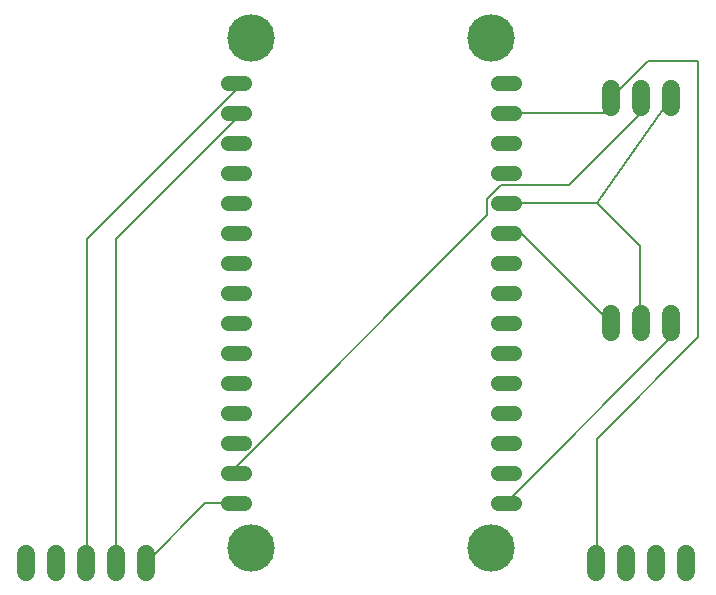
<source format=gbr>
G04 EAGLE Gerber RS-274X export*
G75*
%MOMM*%
%FSLAX34Y34*%
%LPD*%
%INTop Copper*%
%IPPOS*%
%AMOC8*
5,1,8,0,0,1.08239X$1,22.5*%
G01*
%ADD10C,1.524000*%
%ADD11C,1.308000*%
%ADD12C,4.016000*%
%ADD13C,0.152400*%


D10*
X838200Y538480D02*
X838200Y553720D01*
X863600Y553720D02*
X863600Y538480D01*
X889000Y538480D02*
X889000Y553720D01*
X444500Y350520D02*
X444500Y335280D01*
X419100Y335280D02*
X419100Y350520D01*
X393700Y350520D02*
X393700Y335280D01*
X368300Y335280D02*
X368300Y350520D01*
X342900Y350520D02*
X342900Y335280D01*
D11*
X742760Y749300D02*
X755840Y749300D01*
X755840Y723900D02*
X742760Y723900D01*
X742760Y698500D02*
X755840Y698500D01*
X755840Y673100D02*
X742760Y673100D01*
X742760Y647700D02*
X755840Y647700D01*
X755840Y622300D02*
X742760Y622300D01*
X742760Y596900D02*
X755840Y596900D01*
X755840Y571500D02*
X742760Y571500D01*
X742760Y546100D02*
X755840Y546100D01*
X755840Y520700D02*
X742760Y520700D01*
X742760Y495300D02*
X755840Y495300D01*
X755840Y469900D02*
X742760Y469900D01*
X742760Y444500D02*
X755840Y444500D01*
X755840Y419100D02*
X742760Y419100D01*
X742760Y393700D02*
X755840Y393700D01*
X527240Y749300D02*
X514160Y749300D01*
X514160Y723900D02*
X527240Y723900D01*
X527240Y698500D02*
X514160Y698500D01*
X514160Y673100D02*
X527240Y673100D01*
X527240Y647700D02*
X514160Y647700D01*
X514160Y622300D02*
X527240Y622300D01*
X527240Y596900D02*
X514160Y596900D01*
X514160Y571500D02*
X527240Y571500D01*
X527240Y546100D02*
X514160Y546100D01*
X514160Y520700D02*
X527240Y520700D01*
X527240Y495300D02*
X514160Y495300D01*
X514160Y469900D02*
X527240Y469900D01*
X527240Y444500D02*
X514160Y444500D01*
X514160Y419100D02*
X527240Y419100D01*
X527240Y393700D02*
X514160Y393700D01*
D12*
X736600Y787400D03*
X533400Y787400D03*
X533400Y355600D03*
X736600Y355600D03*
D10*
X901700Y350520D02*
X901700Y335280D01*
X876300Y335280D02*
X876300Y350520D01*
X850900Y350520D02*
X850900Y335280D01*
X825500Y335280D02*
X825500Y350520D01*
X889000Y728980D02*
X889000Y744220D01*
X863600Y744220D02*
X863600Y728980D01*
X838200Y728980D02*
X838200Y744220D01*
D13*
X519684Y723900D02*
X519684Y717804D01*
X419100Y617220D01*
X419100Y342900D01*
X519684Y723900D02*
X520700Y723900D01*
X519684Y393192D02*
X494792Y393192D01*
X444500Y342900D01*
X519684Y393192D02*
X520700Y393700D01*
X519684Y742188D02*
X519684Y748284D01*
X519684Y742188D02*
X394716Y617220D01*
X394716Y343408D01*
X519684Y748284D02*
X520700Y749300D01*
X394716Y343408D02*
X393700Y342900D01*
X762000Y622300D02*
X838200Y546100D01*
X762000Y622300D02*
X749300Y622300D01*
X749300Y647700D02*
X826008Y647700D01*
X889000Y736600D01*
X862584Y611124D02*
X862584Y546100D01*
X862584Y611124D02*
X826008Y647700D01*
X862584Y546100D02*
X863600Y546100D01*
X838200Y723900D02*
X749300Y723900D01*
X826008Y448056D02*
X826008Y343408D01*
X826008Y448056D02*
X911860Y533908D01*
X911860Y768096D01*
X869696Y768096D01*
X838200Y736600D01*
X826008Y343408D02*
X825500Y342900D01*
X838200Y723900D02*
X838200Y736600D01*
X521208Y425196D02*
X521208Y419100D01*
X521208Y425196D02*
X733044Y637032D01*
X733044Y650748D01*
X745236Y662940D01*
X802640Y662940D01*
X863600Y723900D02*
X863600Y736600D01*
X863600Y723900D02*
X802640Y662940D01*
X521208Y419100D02*
X520700Y419100D01*
X749808Y394716D02*
X889000Y533908D01*
X749808Y394716D02*
X749300Y393700D01*
X889000Y533908D02*
X889000Y546100D01*
M02*

</source>
